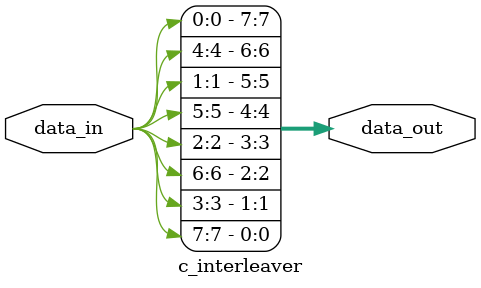
<source format=v>

/*
Copyright (c) 2007-2009, Trustees of The Leland Stanford Junior University
All rights reserved.

Redistribution and use in source and binary forms, with or without modification,
are permitted provided that the following conditions are met:

Redistributions of source code must retain the above copyright notice, this list
of conditions and the following disclaimer.
Redistributions in binary form must reproduce the above copyright notice, this 
list of conditions and the following disclaimer in the documentation and/or 
other materials provided with the distribution.
Neither the name of the Stanford University nor the names of its contributors 
may be used to endorse or promote products derived from this software without 
specific prior written permission.

THIS SOFTWARE IS PROVIDED BY THE COPYRIGHT HOLDERS AND CONTRIBUTORS "AS IS" AND 
ANY EXPRESS OR IMPLIED WARRANTIES, INCLUDING, BUT NOT LIMITED TO, THE IMPLIED 
WARRANTIES OF MERCHANTABILITY AND FITNESS FOR A PARTICULAR PURPOSE ARE 
DISCLAIMED. IN NO EVENT SHALL THE COPYRIGHT OWNER OR CONTRIBUTORS BE LIABLE FOR 
ANY DIRECT, INDIRECT, INCIDENTAL, SPECIAL, EXEMPLARY, OR CONSEQUENTIAL DAMAGES 
(INCLUDING, BUT NOT LIMITED TO, PROCUREMENT OF SUBSTITUTE GOODS OR SERVICES; 
LOSS OF USE, DATA, OR PROFITS; OR BUSINESS INTERRUPTION) HOWEVER CAUSED AND ON 
ANY THEORY OF LIABILITY, WHETHER IN CONTRACT, STRICT LIABILITY, OR TORT 
(INCLUDING NEGLIGENCE OR OTHERWISE) ARISING IN ANY WAY OUT OF THE USE OF THIS 
SOFTWARE, EVEN IF ADVISED OF THE POSSIBILITY OF SUCH DAMAGE.
*/



// interleave a given number of blocks of bits
// (a0 a1 a1 b0 b1 b2 c0 c1 c2) -> (a0 b0 c0 a1 b1 c1 a2 b2 c2)
module c_interleaver
  (data_in, data_out);
   
   // input data width
   parameter width = 8;
   
   // number of blocks in input data
   parameter num_blocks = 2;
   
   // width of each block
   localparam step = width / num_blocks;
   
   // vector of input data
   input [0:width-1] data_in;
   
   // vector of output data
   output [0:width-1] data_out;
   wire [0:width-1] data_out;
   
   generate
      
      genvar 	    i;
      for(i = 0; i < step; i = i + 1)
	begin:blocks
	   
	   genvar j;
	   for(j = 0; j < num_blocks; j = j + 1)
	     begin:bits
		assign data_out[i*num_blocks+j] = data_in[i+j*step];
	     end
	   
	end
      
   endgenerate
   
endmodule

</source>
